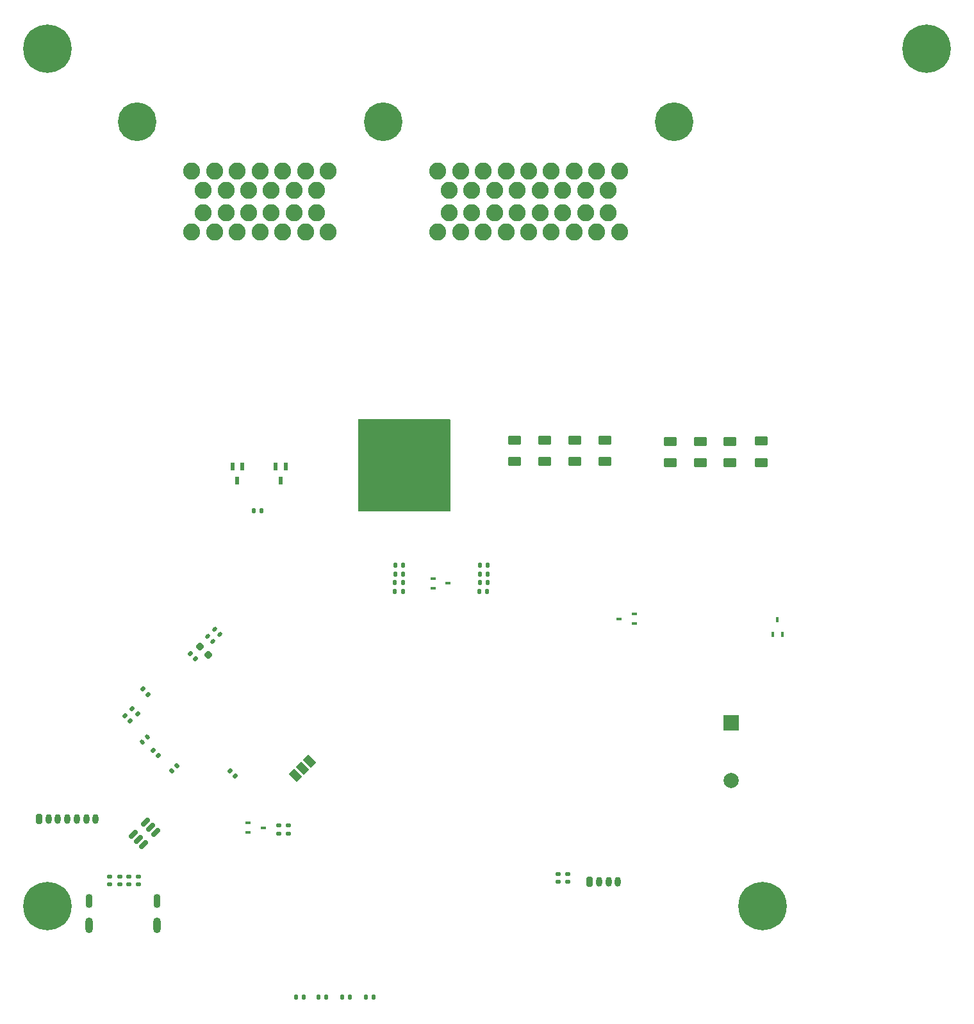
<source format=gbr>
%TF.GenerationSoftware,KiCad,Pcbnew,(6.0.8)*%
%TF.CreationDate,2024-01-16T01:15:22+01:00*%
%TF.ProjectId,pdms,70646d73-2e6b-4696-9361-645f70636258,rev?*%
%TF.SameCoordinates,Original*%
%TF.FileFunction,Soldermask,Bot*%
%TF.FilePolarity,Negative*%
%FSLAX46Y46*%
G04 Gerber Fmt 4.6, Leading zero omitted, Abs format (unit mm)*
G04 Created by KiCad (PCBNEW (6.0.8)) date 2024-01-16 01:15:22*
%MOMM*%
%LPD*%
G01*
G04 APERTURE LIST*
G04 Aperture macros list*
%AMRoundRect*
0 Rectangle with rounded corners*
0 $1 Rounding radius*
0 $2 $3 $4 $5 $6 $7 $8 $9 X,Y pos of 4 corners*
0 Add a 4 corners polygon primitive as box body*
4,1,4,$2,$3,$4,$5,$6,$7,$8,$9,$2,$3,0*
0 Add four circle primitives for the rounded corners*
1,1,$1+$1,$2,$3*
1,1,$1+$1,$4,$5*
1,1,$1+$1,$6,$7*
1,1,$1+$1,$8,$9*
0 Add four rect primitives between the rounded corners*
20,1,$1+$1,$2,$3,$4,$5,0*
20,1,$1+$1,$4,$5,$6,$7,0*
20,1,$1+$1,$6,$7,$8,$9,0*
20,1,$1+$1,$8,$9,$2,$3,0*%
%AMRotRect*
0 Rectangle, with rotation*
0 The origin of the aperture is its center*
0 $1 length*
0 $2 width*
0 $3 Rotation angle, in degrees counterclockwise*
0 Add horizontal line*
21,1,$1,$2,0,0,$3*%
G04 Aperture macros list end*
%ADD10RoundRect,0.200000X-0.200000X-0.450000X0.200000X-0.450000X0.200000X0.450000X-0.200000X0.450000X0*%
%ADD11O,0.800000X1.300000*%
%ADD12C,0.800000*%
%ADD13C,6.400000*%
%ADD14O,1.025000X2.050000*%
%ADD15O,0.925000X1.850000*%
%ADD16C,2.250000*%
%ADD17C,5.100000*%
%ADD18R,2.000000X2.000000*%
%ADD19C,2.000000*%
%ADD20C,2.200000*%
%ADD21RoundRect,0.135000X0.135000X0.185000X-0.135000X0.185000X-0.135000X-0.185000X0.135000X-0.185000X0*%
%ADD22RoundRect,0.135000X-0.135000X-0.185000X0.135000X-0.185000X0.135000X0.185000X-0.135000X0.185000X0*%
%ADD23R,0.700000X0.450000*%
%ADD24RoundRect,0.140000X0.140000X0.170000X-0.140000X0.170000X-0.140000X-0.170000X0.140000X-0.170000X0*%
%ADD25RoundRect,0.135000X-0.226274X-0.035355X-0.035355X-0.226274X0.226274X0.035355X0.035355X0.226274X0*%
%ADD26RoundRect,0.135000X0.226274X0.035355X0.035355X0.226274X-0.226274X-0.035355X-0.035355X-0.226274X0*%
%ADD27RoundRect,0.250000X0.625000X-0.375000X0.625000X0.375000X-0.625000X0.375000X-0.625000X-0.375000X0*%
%ADD28RoundRect,0.135000X0.185000X-0.135000X0.185000X0.135000X-0.185000X0.135000X-0.185000X-0.135000X0*%
%ADD29RoundRect,0.135000X-0.185000X0.135000X-0.185000X-0.135000X0.185000X-0.135000X0.185000X0.135000X0*%
%ADD30RoundRect,0.140000X0.021213X-0.219203X0.219203X-0.021213X-0.021213X0.219203X-0.219203X0.021213X0*%
%ADD31R,0.450000X0.700000*%
%ADD32R,0.550000X1.000000*%
%ADD33RoundRect,0.150000X-0.256326X-0.468458X0.468458X0.256326X0.256326X0.468458X-0.468458X-0.256326X0*%
%ADD34RoundRect,0.140000X-0.219203X-0.021213X-0.021213X-0.219203X0.219203X0.021213X0.021213X0.219203X0*%
%ADD35RoundRect,0.218750X0.335876X0.026517X0.026517X0.335876X-0.335876X-0.026517X-0.026517X-0.335876X0*%
%ADD36RotRect,1.000000X1.500000X45.000000*%
%ADD37RoundRect,0.135000X0.035355X-0.226274X0.226274X-0.035355X-0.035355X0.226274X-0.226274X0.035355X0*%
G04 APERTURE END LIST*
D10*
%TO.C,J5*%
X92125000Y-155450000D03*
D11*
X93375000Y-155450000D03*
X94625000Y-155450000D03*
X95875000Y-155450000D03*
%TD*%
D10*
%TO.C,J1*%
X19364000Y-147160400D03*
D11*
X20614000Y-147160400D03*
X21864000Y-147160400D03*
X23114000Y-147160400D03*
X24364000Y-147160400D03*
X25614000Y-147160400D03*
X26864000Y-147160400D03*
%TD*%
D12*
%TO.C,H2*%
X138336856Y-43730344D03*
X136639800Y-43027400D03*
X134942744Y-47124456D03*
D13*
X136639800Y-45427400D03*
D12*
X134239800Y-45427400D03*
X134942744Y-43730344D03*
X136639800Y-47827400D03*
X138336856Y-47124456D03*
X139039800Y-45427400D03*
%TD*%
D14*
%TO.C,J6*%
X26030000Y-161213800D03*
X34930000Y-161213800D03*
D15*
X26030000Y-158013800D03*
X34930000Y-158013800D03*
%TD*%
D16*
%TO.C,J2*%
X96068000Y-69598000D03*
X94568000Y-67098000D03*
X93068000Y-69598000D03*
X91568000Y-67098000D03*
X90068000Y-69598000D03*
X88568000Y-67098000D03*
X87068000Y-69598000D03*
X85568000Y-67098000D03*
X84068000Y-69598000D03*
X82568000Y-67098000D03*
X81068000Y-69598000D03*
X79568000Y-67098000D03*
X78068000Y-69598000D03*
X76568000Y-67098000D03*
X75068000Y-69598000D03*
X73568000Y-67098000D03*
X72068000Y-69598000D03*
X96068000Y-61598000D03*
X94568000Y-64098000D03*
X93068000Y-61598000D03*
X91568000Y-64098000D03*
X90068000Y-61598000D03*
X88568000Y-64098000D03*
X87068000Y-61598000D03*
X85568000Y-64098000D03*
X84068000Y-61598000D03*
X82568000Y-64098000D03*
X81068000Y-61598000D03*
X79568000Y-64098000D03*
X78068000Y-61598000D03*
X76568000Y-64098000D03*
X75068000Y-61598000D03*
X73568000Y-64098000D03*
X72068000Y-61598000D03*
X57568000Y-69598000D03*
X56068000Y-67098000D03*
X54568000Y-69598000D03*
X53068000Y-67098000D03*
X51568000Y-69598000D03*
X50068000Y-67098000D03*
X48568000Y-69598000D03*
X47068000Y-67098000D03*
X45568000Y-69598000D03*
X44068000Y-67098000D03*
X42568000Y-69598000D03*
X41068000Y-67098000D03*
X39568000Y-69598000D03*
X57568000Y-61598000D03*
X56068000Y-64098000D03*
X54568000Y-61598000D03*
X53068000Y-64098000D03*
X51568000Y-61598000D03*
X50068000Y-64098000D03*
X48568000Y-61598000D03*
X47068000Y-64098000D03*
X45568000Y-61598000D03*
X44068000Y-64098000D03*
X42568000Y-61598000D03*
X41068000Y-64098000D03*
X39568000Y-61598000D03*
D17*
X103318000Y-55098000D03*
X64818000Y-55098000D03*
X32318000Y-55098000D03*
%TD*%
D18*
%TO.C,BZ1*%
X110800000Y-134500000D03*
D19*
X110800000Y-142100000D03*
%TD*%
D20*
%TO.C,J3*%
X63830000Y-104250000D03*
X66370000Y-104250000D03*
X68910000Y-104250000D03*
X71450000Y-104250000D03*
X63830000Y-101710000D03*
X66370000Y-101710000D03*
X68910000Y-101710000D03*
X71450000Y-101710000D03*
X63830000Y-99170000D03*
X66370000Y-99170000D03*
X68910000Y-99170000D03*
X71450000Y-99170000D03*
X63830000Y-96630000D03*
X66370000Y-96630000D03*
X68910000Y-96630000D03*
X71450000Y-96630000D03*
%TD*%
D12*
%TO.C,H1*%
X18787544Y-47124456D03*
D13*
X20484600Y-45427400D03*
D12*
X18787544Y-43730344D03*
X22181656Y-47124456D03*
X20484600Y-47827400D03*
X22181656Y-43730344D03*
X20484600Y-43027400D03*
X22884600Y-45427400D03*
X18084600Y-45427400D03*
%TD*%
%TO.C,H3*%
X22207056Y-160434856D03*
X18812944Y-157040744D03*
X22207056Y-157040744D03*
X22910000Y-158737800D03*
X18812944Y-160434856D03*
D13*
X20510000Y-158737800D03*
D12*
X18110000Y-158737800D03*
X20510000Y-161137800D03*
X20510000Y-156337800D03*
%TD*%
%TO.C,H4*%
X113304944Y-160434856D03*
X116699056Y-157040744D03*
X115002000Y-161137800D03*
X112602000Y-158737800D03*
D13*
X115002000Y-158737800D03*
D12*
X117402000Y-158737800D03*
X116699056Y-160434856D03*
X113304944Y-157040744D03*
X115002000Y-156337800D03*
%TD*%
D21*
%TO.C,R3*%
X59398400Y-170741700D03*
X60418400Y-170741700D03*
%TD*%
D22*
%TO.C,R143*%
X77620400Y-114808000D03*
X78640400Y-114808000D03*
%TD*%
D23*
%TO.C,D38*%
X71425000Y-116700000D03*
X71425000Y-115400000D03*
X73425000Y-116050000D03*
%TD*%
D24*
%TO.C,C87*%
X48740000Y-106426000D03*
X47780000Y-106426000D03*
%TD*%
D25*
%TO.C,C44*%
X33062873Y-130014631D03*
X33784121Y-130735879D03*
%TD*%
D26*
%TO.C,C52*%
X40049480Y-126041584D03*
X39328232Y-125320336D03*
%TD*%
D27*
%TO.C,F12*%
X90156345Y-99935773D03*
X90156345Y-97135773D03*
%TD*%
D28*
%TO.C,R170*%
X89250000Y-155500000D03*
X89250000Y-154480000D03*
%TD*%
D26*
%TO.C,R73*%
X31410624Y-134260624D03*
X30689376Y-133539376D03*
%TD*%
D28*
%TO.C,R168*%
X52328000Y-149098000D03*
X52328000Y-148078000D03*
%TD*%
D27*
%TO.C,F11*%
X86193945Y-99977373D03*
X86193945Y-97177373D03*
%TD*%
D21*
%TO.C,R154*%
X67437000Y-117094000D03*
X66417000Y-117094000D03*
%TD*%
D29*
%TO.C,R174*%
X31242000Y-154836400D03*
X31242000Y-155856400D03*
%TD*%
D23*
%TO.C,D39*%
X98028000Y-120101600D03*
X98028000Y-121401600D03*
X96028000Y-120751600D03*
%TD*%
D27*
%TO.C,F14*%
X102743000Y-100079000D03*
X102743000Y-97279000D03*
%TD*%
D30*
%TO.C,C77*%
X32985389Y-137050000D03*
X33664211Y-136371178D03*
%TD*%
D27*
%TO.C,F15*%
X106760000Y-100079000D03*
X106760000Y-97279000D03*
%TD*%
D31*
%TO.C,D40*%
X117591600Y-122818400D03*
X116291600Y-122818400D03*
X116941600Y-120818400D03*
%TD*%
D27*
%TO.C,F13*%
X94132400Y-99923600D03*
X94132400Y-97123600D03*
%TD*%
%TO.C,F17*%
X114808000Y-100076000D03*
X114808000Y-97276000D03*
%TD*%
D23*
%TO.C,D4*%
X47006000Y-148986000D03*
X47006000Y-147686000D03*
X49006000Y-148336000D03*
%TD*%
D22*
%TO.C,R139*%
X77620400Y-115976400D03*
X78640400Y-115976400D03*
%TD*%
D32*
%TO.C,D28*%
X44917600Y-100594400D03*
X46217600Y-100594400D03*
X45567600Y-102494400D03*
%TD*%
D21*
%TO.C,R1*%
X53302400Y-170741700D03*
X54322400Y-170741700D03*
%TD*%
D33*
%TO.C,U12*%
X33189332Y-150579668D03*
X32517581Y-149907917D03*
X31845830Y-149236166D03*
X33454498Y-147627498D03*
X34126249Y-148299249D03*
X34798000Y-148971000D03*
%TD*%
D29*
%TO.C,R167*%
X51078000Y-148078000D03*
X51078000Y-149098000D03*
%TD*%
D28*
%TO.C,R177*%
X28702000Y-155856400D03*
X28702000Y-154836400D03*
%TD*%
D21*
%TO.C,R2*%
X56274200Y-170741700D03*
X57294200Y-170741700D03*
%TD*%
D22*
%TO.C,R155*%
X77640000Y-113665000D03*
X78660000Y-113665000D03*
%TD*%
D26*
%TO.C,R74*%
X32410624Y-133310624D03*
X31689376Y-132589376D03*
%TD*%
D32*
%TO.C,D27*%
X50658000Y-100599200D03*
X51958000Y-100599200D03*
X51308000Y-102499200D03*
%TD*%
D21*
%TO.C,R158*%
X67441000Y-113665000D03*
X66421000Y-113665000D03*
%TD*%
%TO.C,R4*%
X62522600Y-170741700D03*
X63542600Y-170741700D03*
%TD*%
D28*
%TO.C,R176*%
X30022800Y-155856400D03*
X30022800Y-154836400D03*
%TD*%
D22*
%TO.C,R134*%
X77569600Y-117094000D03*
X78589600Y-117094000D03*
%TD*%
D34*
%TO.C,C80*%
X42568195Y-122094515D03*
X43247017Y-122773337D03*
%TD*%
D27*
%TO.C,F10*%
X82245200Y-99974400D03*
X82245200Y-97174400D03*
%TD*%
D21*
%TO.C,R142*%
X67437000Y-115968000D03*
X66417000Y-115968000D03*
%TD*%
D35*
%TO.C,L1*%
X41712243Y-125549084D03*
X40598549Y-124435390D03*
%TD*%
D36*
%TO.C,JP1*%
X53279522Y-141411478D03*
X54198761Y-140492239D03*
X55118000Y-139573000D03*
%TD*%
D27*
%TO.C,F16*%
X110697000Y-100082000D03*
X110697000Y-97282000D03*
%TD*%
D28*
%TO.C,R178*%
X32512000Y-155831000D03*
X32512000Y-154811000D03*
%TD*%
%TO.C,R169*%
X88000000Y-155510000D03*
X88000000Y-154490000D03*
%TD*%
D25*
%TO.C,R56*%
X34439376Y-138089376D03*
X35160624Y-138810624D03*
%TD*%
D34*
%TO.C,C83*%
X41634249Y-123028463D03*
X42313071Y-123707285D03*
%TD*%
D37*
%TO.C,C51*%
X36889376Y-140860624D03*
X37610624Y-140139376D03*
%TD*%
D26*
%TO.C,C45*%
X45300000Y-141550000D03*
X44578752Y-140828752D03*
%TD*%
D21*
%TO.C,R136*%
X67439000Y-114808000D03*
X66419000Y-114808000D03*
%TD*%
G36*
X73668121Y-94358002D02*
G01*
X73714614Y-94411658D01*
X73726000Y-94464000D01*
X73726000Y-106404000D01*
X73705998Y-106472121D01*
X73652342Y-106518614D01*
X73600000Y-106530000D01*
X61660000Y-106530000D01*
X61591879Y-106509998D01*
X61545386Y-106456342D01*
X61534000Y-106404000D01*
X61534000Y-94464000D01*
X61554002Y-94395879D01*
X61607658Y-94349386D01*
X61660000Y-94338000D01*
X73600000Y-94338000D01*
X73668121Y-94358002D01*
G37*
M02*

</source>
